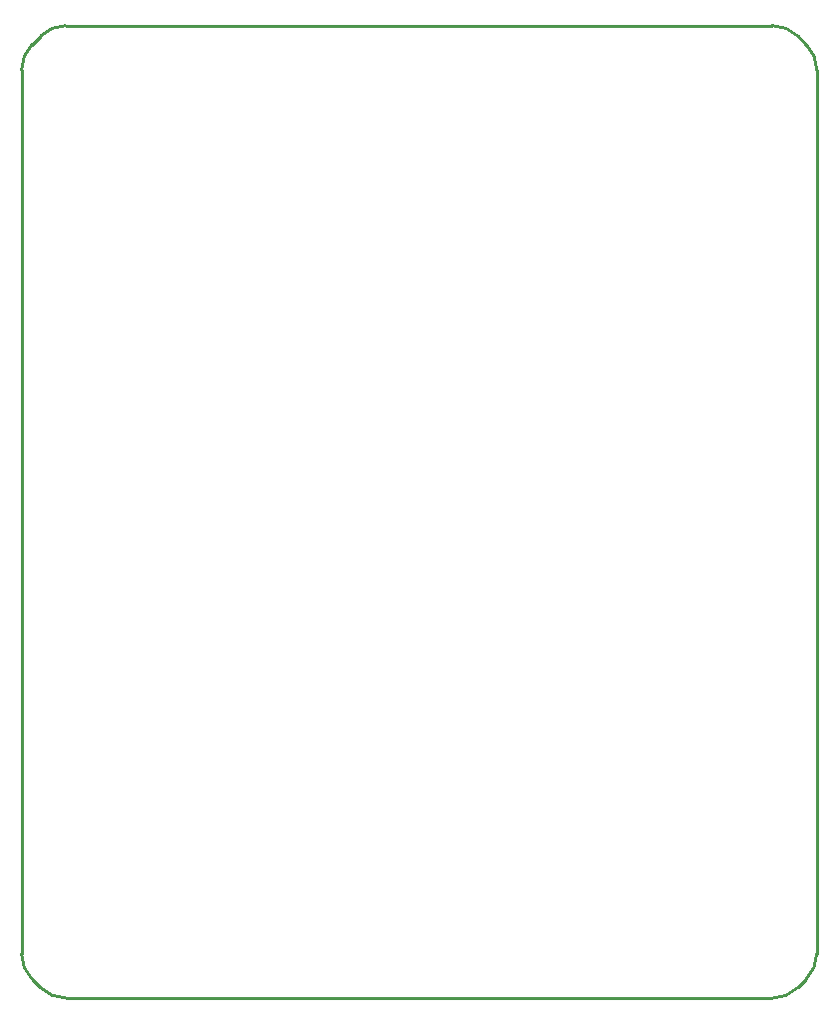
<source format=gko>
G04 Layer_Color=16711935*
%FSAX43Y43*%
%MOMM*%
G71*
G01*
G75*
%ADD10C,0.254*%
D10*
X0130898Y0116602D02*
G03*
X0128730Y0117500I-0002168J-0002168D01*
G01*
X0068732D02*
G03*
X0066629Y0116629I0000000J-0002975D01*
G01*
X0065898Y0115898D02*
G03*
X0065000Y0113730I0002168J-0002168D01*
G01*
Y0038770D02*
G03*
X0065898Y0036602I0003066J0000000D01*
G01*
X0066602Y0035898D02*
G03*
X0068770Y0035000I0002168J0002168D01*
G01*
X0128730D02*
G03*
X0130898Y0035898I0000000J0003066D01*
G01*
X0131602Y0036602D02*
G03*
X0132500Y0038770I-0002168J0002168D01*
G01*
Y0113730D02*
G03*
X0131602Y0115898I-0003066J0000000D01*
G01*
X0065898D02*
X0066629Y0116629D01*
X0065000Y0038770D02*
Y0113730D01*
X0065898Y0036602D02*
X0066602Y0035898D01*
X0068770Y0035000D02*
X0128730D01*
X0130898Y0035898D02*
X0131602Y0036602D01*
X0132500Y0038770D02*
Y0113730D01*
X0130898Y0116602D02*
X0131602Y0115898D01*
X0068732Y0117500D02*
X0128730D01*
M02*

</source>
